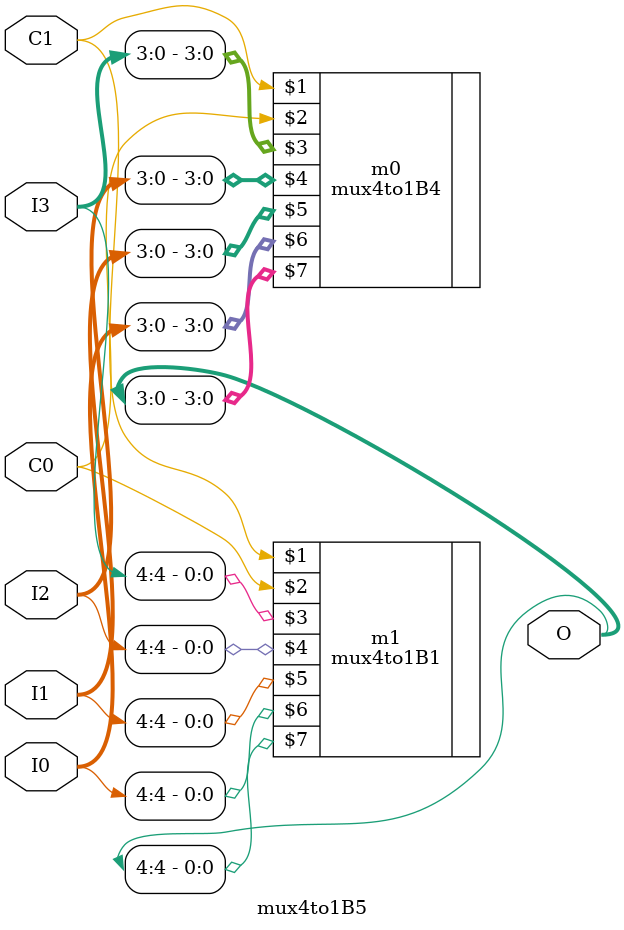
<source format=sv>
module mux4to1B5 (input logic C1, input logic C0, input logic [4:0] I3, 
	input logic[4:0] I2, input logic [4:0] I1, 
	input logic [4:0] I0, output logic [4:0] O);

	integer i;
	
	mux4to1B4 m0(C1,C0,I3[3:0],I2[3:0],I1[3:0],I0[3:0],O[3:0]);
	mux4to1B1 m1(C1,C0,I3[4:4],I2[4:4],I1[4:4],I0[4:4],O[4:4]);
	


endmodule
</source>
